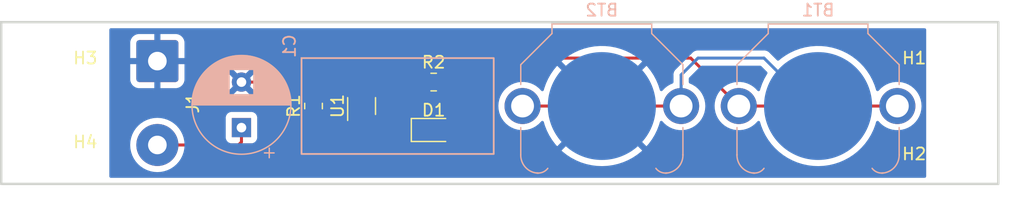
<source format=kicad_pcb>
(kicad_pcb (version 20211014) (generator pcbnew)
  (layers (0 "F.Cu" signal) (31 "B.Cu" signal) (34 "B.Paste" user) (35 "F.Paste" user) (36 "B.SilkS" user "B.Silkscreen") (37 "F.SilkS" user "F.Silkscreen") (38 "B.Mask" user) (39 "F.Mask" user) (44 "Edge.Cuts" user))
  (net 0 "")
  (net 1 "VCC")
  (net 2 "Net-(BT1-Pad2)")
  (net 3 "GND")
  (net 4 "Net-(U1-Pad2)")
  (net 5 "Net-(U1-Pad4)")
  (net 6 "Net-(R2-Pad2)")
  (footprint "MountingHole:MountingHole_2.2mm_M2" (layer "F.Cu") (at 170 111)
    (fp_text reference "H2" (at -4 0) (layer "F.SilkS"))
    (fp_text value "MountingHole")
    (pad "" np_thru_hole circle (at 0 0) (size 2.2 2.2) (drill 2.2) (layers *.Cu *.Mask))
  )
  (footprint "MountingHole:MountingHole_2.7mm" (layer "F.Cu") (at 93.1 103.1)
    (fp_text reference "H3" (at 3.9 -0.1) (layer "F.SilkS"))
    (fp_text value "Zip Tie")
    (pad "" np_thru_hole circle (at 0 0) (size 2.7 2.7) (drill 2.7) (layers *.Cu *.Mask))
  )
  (footprint "Connector_Wire:SolderWire-0.75sqmm_1x02_P7mm_D1.25mm_OD3.5mm" (layer "F.Cu") (at 103 103.25 -90)
    (fp_text reference "J1" (at 3.5 -2.95 -90) (layer "F.SilkS"))
    (fp_text value "Conn_01x02")
    (pad "1" thru_hole roundrect (at 0 0 270) (size 3.5 3.5) (drill 1.55) (layers *.Cu *.Mask) (roundrect_rratio 0.07142914286) (net 3 "GND"))
    (pad "2" thru_hole circle (at 7 0 270) (size 3.5 3.5) (drill 1.55) (layers *.Cu *.Mask) (net 4 "Net-(U1-Pad2)"))
  )
  (footprint "Resistor_SMD:R_0805_2012Metric_Pad1.20x1.40mm_HandSolder" (layer "F.Cu") (at 116 107 90)
    (fp_text reference "R1" (at 0 -1.65 90) (layer "F.SilkS"))
    (fp_text value "10M")
    (fp_line (start -0.227064 -0.735) (end 0.227064 -0.735) (layer "F.SilkS") (width 0.12))
    (fp_line (start -0.227064 0.735) (end 0.227064 0.735) (layer "F.SilkS") (width 0.12))
    (pad "1" smd roundrect (at -1 0 90) (size 1.2 1.4) (layers "F.Cu" "F.Paste" "F.Mask") (roundrect_rratio 0.2083333333) (net 4 "Net-(U1-Pad2)"))
    (pad "2" smd roundrect (at 1 0 90) (size 1.2 1.4) (layers "F.Cu" "F.Paste" "F.Mask") (roundrect_rratio 0.2083333333) (net 3 "GND"))
  )
  (footprint "LED_SMD:LED_0805_2012Metric_Pad1.15x1.40mm_HandSolder" (layer "F.Cu") (at 126 109)
    (fp_text reference "D1" (at 0 -1.65) (layer "F.SilkS"))
    (fp_text value "LED")
    (fp_line (start -1.86 0.96) (end 1 0.96) (layer "F.SilkS") (width 0.12))
    (fp_line (start 1 -0.96) (end -1.86 -0.96) (layer "F.SilkS") (width 0.12))
    (fp_line (start -1.86 -0.96) (end -1.86 0.96) (layer "F.SilkS") (width 0.12))
    (pad "1" smd roundrect (at -1.025 0) (size 1.15 1.4) (layers "F.Cu" "F.Paste" "F.Mask") (roundrect_rratio 0.2173913043) (net 5 "Net-(U1-Pad4)"))
    (pad "2" smd roundrect (at 1.025 0) (size 1.15 1.4) (layers "F.Cu" "F.Paste" "F.Mask") (roundrect_rratio 0.2173913043) (net 6 "Net-(R2-Pad2)"))
  )
  (footprint "MountingHole:MountingHole_2.2mm_M2" (layer "F.Cu") (at 170 103)
    (fp_text reference "H1" (at -4 0) (layer "F.SilkS"))
    (fp_text value "MountingHole")
    (pad "" np_thru_hole circle (at 0 0) (size 2.2 2.2) (drill 2.2) (layers *.Cu *.Mask))
  )
  (footprint "Resistor_SMD:R_0805_2012Metric_Pad1.20x1.40mm_HandSolder" (layer "F.Cu") (at 126 105)
    (fp_text reference "R2" (at 0 -1.65) (layer "F.SilkS"))
    (fp_text value "180")
    (fp_line (start -0.227064 0.735) (end 0.227064 0.735) (layer "F.SilkS") (width 0.12))
    (fp_line (start -0.227064 -0.735) (end 0.227064 -0.735) (layer "F.SilkS") (width 0.12))
    (pad "1" smd roundrect (at -1 0) (size 1.2 1.4) (layers "F.Cu" "F.Paste" "F.Mask") (roundrect_rratio 0.2083333333) (net 1 "VCC"))
    (pad "2" smd roundrect (at 1 0) (size 1.2 1.4) (layers "F.Cu" "F.Paste" "F.Mask") (roundrect_rratio 0.2083333333) (net 6 "Net-(R2-Pad2)"))
  )
  (footprint "MountingHole:MountingHole_2.7mm" (layer "F.Cu") (at 93.1 110.4)
    (fp_text reference "H4" (at 3.9 -0.4) (layer "F.SilkS"))
    (fp_text value "Zip Tie")
    (pad "" np_thru_hole circle (at 0 0) (size 2.7 2.7) (drill 2.7) (layers *.Cu *.Mask))
  )
  (footprint "Package_TO_SOT_SMD:SOT-353_SC-70-5_Handsoldering" (layer "F.Cu") (at 120 107 90)
    (fp_text reference "U1" (at 0 -2 90) (layer "F.SilkS"))
    (fp_text value "74AHC1G14")
    (fp_line (start -0.7 1.16) (end 0.7 1.16) (layer "F.SilkS") (width 0.12))
    (fp_line (start 0.7 -1.16) (end -1.2 -1.16) (layer "F.SilkS") (width 0.12))
    (pad "1" smd rect (at -1.33 -0.65 90) (size 1.5 0.4) (layers "F.Cu" "F.Paste" "F.Mask"))
    (pad "2" smd rect (at -1.33 0 90) (size 1.5 0.4) (layers "F.Cu" "F.Paste" "F.Mask") (net 4 "Net-(U1-Pad2)"))
    (pad "3" smd rect (at -1.33 0.65 90) (size 1.5 0.4) (layers "F.Cu" "F.Paste" "F.Mask") (net 3 "GND"))
    (pad "4" smd rect (at 1.33 0.65 90) (size 1.5 0.4) (layers "F.Cu" "F.Paste" "F.Mask") (net 5 "Net-(U1-Pad4)"))
    (pad "5" smd rect (at 1.33 -0.65 90) (size 1.5 0.4) (layers "F.Cu" "F.Paste" "F.Mask") (net 1 "VCC"))
  )
  (footprint "Battery:BatteryHolder_Keystone_3001_1x12mm" (layer "B.Cu") (at 140 107 180)
    (fp_text reference "BT2" (at 0 8) (layer "B.SilkS") (effects (justify mirror)))
    (fp_text value "36-2997-ND")
    (fp_line (start -4.15 6.05) (end -4.15 6.85) (layer "B.SilkS") (width 0.12))
    (fp_line (start 4.15 6.85) (end 4.15 6.05) (layer "B.SilkS") (width 0.12))
    (fp_line (start -4.15 6.85) (end 4.15 6.85) (layer "B.SilkS") (width 0.12))
    (fp_line (start -6.75 3.45) (end -4.15 6.05) (layer "B.SilkS") (width 0.12))
    (fp_line (start -6.75 -1.8) (end -6.75 -4.1) (layer "B.SilkS") (width 0.12))
    (fp_line (start 6.75 3.45) (end 6.75 1.8) (layer "B.SilkS") (width 0.12))
    (fp_line (start 4.15 6.05) (end 6.75 3.45) (layer "B.SilkS") (width 0.12))
    (fp_line (start 6.75 -1.8) (end 6.75 -4.1) (layer "B.SilkS") (width 0.12))
    (fp_line (start -6.75 1.8) (end -6.75 3.45) (layer "B.SilkS") (width 0.12))
    (fp_arc (start 4.5 -5.2) (mid 4.90584 -5.514615) (end 5.414615 -5.58416) (layer "B.SilkS") (width 0.12))
    (fp_arc (start 5.3 -5.6) (mid 6.346016 -5.125305) (end 6.75 -4.05) (layer "B.SilkS") (width 0.12))
    (fp_arc (start -6.75 -4.05) (mid -6.346016 -5.125305) (end -5.3 -5.6) (layer "B.SilkS") (width 0.12))
    (fp_arc (start -5.414615 -5.58416) (mid -4.90584 -5.514615) (end -4.5 -5.2) (layer "B.SilkS") (width 0.12))
    (pad "1" thru_hole circle (at -6.6 0 180) (size 3 3) (drill 1.9) (layers *.Cu *.Mask) (net 2 "Net-(BT1-Pad2)"))
    (pad "1" thru_hole circle (at 6.6 0 180) (size 3 3) (drill 1.9) (layers *.Cu *.Mask) (net 2 "Net-(BT1-Pad2)"))
    (pad "2" smd circle (at 0 0 180) (size 9 9) (layers "B.Cu" "B.Mask") (net 3 "GND"))
  )
  (footprint "Battery:BatteryHolder_Keystone_3001_1x12mm" (layer "B.Cu") (at 158 107 180)
    (fp_text reference "BT1" (at 0 8) (layer "B.SilkS") (effects (justify mirror)))
    (fp_text value "36-2997-ND")
    (fp_line (start 6.75 3.45) (end 6.75 1.8) (layer "B.SilkS") (width 0.12))
    (fp_line (start 6.75 -1.8) (end 6.75 -4.1) (layer "B.SilkS") (width 0.12))
    (fp_line (start 4.15 6.85) (end 4.15 6.05) (layer "B.SilkS") (width 0.12))
    (fp_line (start -6.75 1.8) (end -6.75 3.45) (layer "B.SilkS") (width 0.12))
    (fp_line (start -4.15 6.85) (end 4.15 6.85) (layer "B.SilkS") (width 0.12))
    (fp_line (start -6.75 -1.8) (end -6.75 -4.1) (layer "B.SilkS") (width 0.12))
    (fp_line (start -4.15 6.05) (end -4.15 6.85) (layer "B.SilkS") (width 0.12))
    (fp_line (start 4.15 6.05) (end 6.75 3.45) (layer "B.SilkS") (width 0.12))
    (fp_line (start -6.75 3.45) (end -4.15 6.05) (layer "B.SilkS") (width 0.12))
    (fp_arc (start -5.414615 -5.58416) (mid -4.90584 -5.514615) (end -4.5 -5.2) (layer "B.SilkS") (width 0.12))
    (fp_arc (start -6.75 -4.05) (mid -6.346016 -5.125305) (end -5.3 -5.6) (layer "B.SilkS") (width 0.12))
    (fp_arc (start 4.5 -5.2) (mid 4.90584 -5.514615) (end 5.414615 -5.58416) (layer "B.SilkS") (width 0.12))
    (fp_arc (start 5.3 -5.6) (mid 6.346016 -5.125305) (end 6.75 -4.05) (layer "B.SilkS") (width 0.12))
    (pad "1" thru_hole circle (at 6.6 0 180) (size 3 3) (drill 1.9) (layers *.Cu *.Mask) (net 1 "VCC"))
    (pad "1" thru_hole circle (at -6.6 0 180) (size 3 3) (drill 1.9) (layers *.Cu *.Mask) (net 1 "VCC"))
    (pad "2" smd circle (at 0 0 180) (size 9 9) (layers "B.Cu" "B.Mask") (net 2 "Net-(BT1-Pad2)"))
  )
  (footprint "Capacitor_THT:CP_Radial_D8.0mm_P3.80mm" (layer "B.Cu") (at 110 108.802651 90)
    (fp_text reference "C1" (at 6.802651 4 90) (layer "B.SilkS") (effects (justify mirror)))
    (fp_text value "1000uF")
    (fp_line (start 2.46 4.042) (end 2.46 -4.042) (layer "B.SilkS") (width 0.12))
    (fp_line (start 4.221 3.365) (end 4.221 1.04) (layer "B.SilkS") (width 0.12))
    (fp_line (start 4.341 -1.04) (end 4.341 -3.28) (layer "B.SilkS") (width 0.12))
    (fp_line (start 4.621 -1.04) (end 4.621 -3.055) (layer "B.SilkS") (width 0.12))
    (fp_line (start 4.541 3.124) (end 4.541 1.04) (layer "B.SilkS") (width 0.12))
    (fp_line (start 2.901 3.957) (end 2.901 1.04) (layer "B.SilkS") (width 0.12))
    (fp_line (start 3.901 3.562) (end 3.901 1.04) (layer "B.SilkS") (width 0.12))
    (fp_line (start 3.021 -1.04) (end 3.021 -3.925) (layer "B.SilkS") (width 0.12))
    (fp_line (start 4.421 -1.04) (end 4.421 -3.22) (layer "B.SilkS") (width 0.12))
    (fp_line (start 2.18 4.071) (end 2.18 -4.071) (layer "B.SilkS") (width 0.12))
    (fp_line (start 2.901 -1.04) (end 2.901 -3.957) (layer "B.SilkS") (width 0.12))
    (fp_line (start 2.941 -1.04) (end 2.941 -3.947) (layer "B.SilkS") (width 0.12))
    (fp_line (start 5.021 2.651) (end 5.021 -2.651) (layer "B.SilkS") (width 0.12))
    (fp_line (start 2.22 4.068) (end 2.22 -4.068) (layer "B.SilkS") (width 0.12))
    (fp_line (start 3.541 -1.04) (end 3.541 -3.74) (layer "B.SilkS") (width 0.12))
    (fp_line (start 4.501 -1.04) (end 4.501 -3.156) (layer "B.SilkS") (width 0.12))
    (fp_line (start 3.781 -1.04) (end 3.781 -3.627) (layer "B.SilkS") (width 0.12))
    (fp_line (start 4.261 3.338) (end 4.261 1.04) (layer "B.SilkS") (width 0.12))
    (fp_line (start 4.461 -1.04) (end 4.461 -3.189) (layer "B.SilkS") (width 0.12))
    (fp_line (start 2.14 4.074) (end 2.14 -4.074) (layer "B.SilkS") (width 0.12))
    (fp_line (start 5.341 2.228) (end 5.341 -2.228) (layer "B.SilkS") (width 0.12))
    (fp_line (start 3.981 -1.04) (end 3.981 -3.517) (layer "B.SilkS") (width 0.12))
    (fp_line (start 2.34 4.057) (end 2.34 -4.057) (layer "B.SilkS") (width 0.12))
    (fp_line (start 5.581 1.813) (end 5.581 -1.813) (layer "B.SilkS") (width 0.12))
    (fp_line (start 5.261 2.345) (end 5.261 -2.345) (layer "B.SilkS") (width 0.12))
    (fp_line (start 3.181 3.877) (end 3.181 1.04) (layer "B.SilkS") (width 0.12))
    (fp_line (start 3.101 -1.04) (end 3.101 -3.902) (layer "B.SilkS") (width 0.12))
    (fp_line (start 3.941 -1.04) (end 3.941 -3.54) (layer "B.SilkS") (width 0.12))
    (fp_line (start 5.861 1.098) (end 5.861 -1.098) (layer "B.SilkS") (width 0.12))
    (fp_line (start 4.461 3.189) (end 4.461 1.04) (layer "B.SilkS") (width 0.12))
    (fp_line (start 1.98 4.08) (end 1.98 -4.08) (layer "B.SilkS") (width 0.12))
    (fp_line (start 2.26 4.065) (end 2.26 -4.065) (layer "B.SilkS") (width 0.12))
    (fp_line (start 5.781 1.346) (end 5.781 -1.346) (layer "B.SilkS") (width 0.12))
    (fp_line (start 2.1 4.076) (end 2.1 -4.076) (layer "B.SilkS") (width 0.12))
    (fp_line (start 2.861 -1.04) (end 2.861 -3.967) (layer "B.SilkS") (width 0.12))
    (fp_line (start 4.901 2.784) (end 4.901 -2.784) (layer "B.SilkS") (width 0.12))
    (fp_line (start 2.5 4.037) (end 2.5 -4.037) (layer "B.SilkS") (width 0.12))
    (fp_line (start 4.061 -1.04) (end 4.061 -3.469) (layer "B.SilkS") (width 0.12))
    (fp_line (start 4.101 3.444) (end 4.101 1.04) (layer "B.SilkS") (width 0.12))
    (fp_line (start 3.461 3.774) (end 3.461 1.04) (layer "B.SilkS") (width 0.12))
    (fp_line (start 3.581 3.722) (end 3.581 1.04) (layer "B.SilkS") (width 0.12))
    (fp_line (start 5.941 0.768) (end 5.941 -0.768) (layer "B.SilkS") (width 0.12))
    (fp_line (start 3.421 -1.04) (end 3.421 -3.79) (layer "B.SilkS") (width 0.12))
    (fp_line (start 3.981 3.517) (end 3.981 1.04) (layer "B.SilkS") (width 0.12))
    (fp_line (start 4.261 -1.04) (end 4.261 -3.338) (layer "B.SilkS") (width 0.12))
    (fp_line (start 5.501 1.964) (end 5.501 -1.964) (layer "B.SilkS") (width 0.12))
    (fp_line (start 1.94 4.08) (end 1.94 -4.08) (layer "B.SilkS") (width 0.12))
    (fp_line (start 4.141 3.418) (end 4.141 1.04) (layer "B.SilkS") (width 0.12))
    (fp_line (start 5.541 1.89) (end 5.541 -1.89) (layer "B.SilkS") (width 0.12))
    (fp_line (start 3.861 -1.04) (end 3.861 -3.584) (layer "B.SilkS") (width 0.12))
    (fp_line (start 4.221 -1.04) (end 4.221 -3.365) (layer "B.SilkS") (width 0.12))
    (fp_line (start 3.781 3.627) (end 3.781 1.04) (layer "B.SilkS") (width 0.12))
    (fp_line (start 3.461 -1.04) (end 3.461 -3.774) (layer "B.SilkS") (width 0.12))
    (fp_line (start 2.621 4.017) (end 2.621 -4.017) (layer "B.SilkS") (width 0.12))
    (fp_line (start 4.101 -1.04) (end 4.101 -3.444) (layer "B.SilkS") (width 0.12))
    (fp_line (start 2.3 4.061) (end 2.3 -4.061) (layer "B.SilkS") (width 0.12))
    (fp_line (start 4.021 -1.04) (end 4.021 -3.493) (layer "B.SilkS") (width 0.12))
    (fp_line (start 2.661 4.01) (end 2.661 -4.01) (layer "B.SilkS") (width 0.12))
    (fp_line (start 4.301 3.309) (end 4.301 1.04) (layer "B.SilkS") (width 0.12))
    (fp_line (start -2.509698 2.315) (end -1.709698 2.315) (layer "B.SilkS") (width 0.12))
    (fp_line (start 3.861 3.584) (end 3.861 1.04) (layer "B.SilkS") (width 0.12))
    (fp_line (start 2.38 4.052) (end 2.38 -4.052) (layer "B.SilkS") (width 0.12))
    (fp_line (start 3.101 3.902) (end 3.101 1.04) (layer "B.SilkS") (width 0.12))
    (fp_line (start 5.221 2.4) (end 5.221 -2.4) (layer "B.SilkS") (width 0.12))
    (fp_line (start 3.141 3.889) (end 3.141 1.04) (layer "B.SilkS") (width 0.12))
    (fp_line (start 3.301 3.835) (end 3.301 1.04) (layer "B.SilkS") (width 0.12))
    (fp_line (start 3.221 3.863) (end 3.221 1.04) (layer "B.SilkS") (width 0.12))
    (fp_line (start 4.381 3.25) (end 4.381 1.04) (layer "B.SilkS") (width 0.12))
    (fp_line (start 5.061 2.604) (end 5.061 -2.604) (layer "B.SilkS") (width 0.12))
    (fp_line (start 5.701 1.552) (end 5.701 -1.552) (layer "B.SilkS") (width 0.12))
    (fp_line (start 3.701 -1.04) (end 3.701 -3.666) (layer "B.SilkS") (width 0.12))
    (fp_line (start 3.301 -1.04) (end 3.301 -3.835) (layer "B.SilkS") (width 0.12))
    (fp_line (start 4.741 -1.04) (end 4.741 -2.945) (layer "B.SilkS") (width 0.12))
    (fp_line (start 4.781 2.907) (end 4.781 1.04) (layer "B.SilkS") (width 0.12))
    (fp_line (start 4.181 3.392) (end 4.181 1.04) (layer "B.SilkS") (width 0.12))
    (fp_line (start 4.181 -1.04) (end 4.181 -3.392) (layer "B.SilkS") (width 0.12))
    (fp_line (start 4.581 -1.04) (end 4.581 -3.09) (layer "B.SilkS") (width 0.12))
    (fp_line (start 5.621 1.731) (end 5.621 -1.731) (layer "B.SilkS") (width 0.12))
    (fp_line (start 3.061 -1.04) (end 3.061 -3.914) (layer "B.SilkS") (width 0.12))
    (fp_line (start 4.981 2.697) (end 4.981 -2.697) (layer "B.SilkS") (width 0.12))
    (fp_line (start 2.821 -1.04) (end 2.821 -3.976) (layer "B.SilkS") (width 0.12))
    (fp_line (start 5.101 2.556) (end 5.101 -2.556) (layer "B.SilkS") (width 0.12))
    (fp_line (start 3.701 3.666) (end 3.701 1.04) (layer "B.SilkS") (width 0.12))
    (fp_line (start 3.821 -1.04) (end 3.821 -3.606) (layer "B.SilkS") (width 0.12))
    (fp_line (start 4.581 3.09) (end 4.581 1.04) (layer "B.SilkS") (width 0.12))
    (fp_line (start 2.06 4.077) (end 2.06 -4.077) (layer "B.SilkS") (width 0.12))
    (fp_line (start 4.661 -1.04) (end 4.661 -3.019) (layer "B.SilkS") (width 0.12))
    (fp_line (start 4.741 2.945) (end 4.741 1.04) (layer "B.SilkS") (width 0.12))
    (fp_line (start 4.141 -1.04) (end 4.141 -3.418) (layer "B.SilkS") (width 0.12))
    (fp_line (start 3.661 -1.04) (end 3.661 -3.686) (layer "B.SilkS") (width 0.12))
    (fp_line (start 3.261 3.85) (end 3.261 1.04) (layer "B.SilkS") (width 0.12))
    (fp_line (start 3.741 3.647) (end 3.741 1.04) (layer "B.SilkS") (width 0.12))
    (fp_line (start -2.109698 2.715) (end -2.109698 1.915) (layer "B.SilkS") (width 0.12))
    (fp_line (start 4.541 -1.04) (end 4.541 -3.124) (layer "B.SilkS") (width 0.12))
    (fp_line (start 2.42 4.048) (end 2.42 -4.048) (layer "B.SilkS") (width 0.12))
    (fp_line (start 2.981 -1.04) (end 2.981 -3.936) (layer "B.SilkS") (width 0.12))
    (fp_line (start 5.141 2.505) (end 5.141 -2.505) (layer "B.SilkS") (width 0.12))
    (fp_line (start 3.621 -1.04) (end 3.621 -3.704) (layer "B.SilkS") (width 0.12))
    (fp_line (start 3.581 -1.04) (end 3.581 -3.722) (layer "B.SilkS") (width 0.12))
    (fp_line (start 2.861 3.967) (end 2.861 1.04) (layer "B.SilkS") (width 0.12))
    (fp_line (start 3.261 -1.04) (end 3.261 -3.85) (layer "B.SilkS") (width 0.12))
    (fp_line (start 5.421 2.102) (end 5.421 -2.102) (layer "B.SilkS") (width 0.12))
    (fp_line (start 3.421 3.79) (end 3.421 1.04) (layer "B.SilkS") (width 0.12))
    (fp_line (start 3.141 -1.04) (end 3.141 -3.889) (layer "B.SilkS") (width 0.12))
    (fp_line (start 5.981 0.533) (end 5.981 -0.533) (layer "B.SilkS") (width 0.12))
    (fp_line (start 3.061 3.914) (end 3.061 1.04) (layer "B.SilkS") (width 0.12))
    (fp_line (start 3.741 -1.04) (end 3.741 -3.647) (layer "B.SilkS") (width 0.12))
    (fp_line (start 5.461 2.034) (end 5.461 -2.034) (layer "B.SilkS") (width 0.12))
    (fp_line (start 3.341 3.821) (end 3.341 1.04) (layer "B.SilkS") (width 0.12))
    (fp_line (start 4.501 3.156) (end 4.501 1.04) (layer "B.SilkS") (width 0.12))
    (fp_line (start 3.541 3.74) (end 3.541 1.04) (layer "B.SilkS") (width 0.12))
    (fp_line (start 3.661 3.686) (end 3.661 1.04) (layer "B.SilkS") (width 0.12))
    (fp_line (start 3.621 3.704) (end 3.621 1.04) (layer "B.SilkS") (width 0.12))
    (fp_line (start 4.861 2.826) (end 4.861 -2.826) (layer "B.SilkS") (width 0.12))
    (fp_line (start 4.941 2.741) (end 4.941 -2.741) (layer "B.SilkS") (width 0.12))
    (fp_line (start 4.701 2.983) (end 4.701 1.04) (layer "B.SilkS") (width 0.12))
    (fp_line (start 4.421 3.22) (end 4.421 1.04) (layer "B.SilkS") (width 0.12))
    (fp_line (start 5.301 2.287) (end 5.301 -2.287) (layer "B.SilkS") (width 0.12))
    (fp_line (start 2.941 3.947) (end 2.941 1.04) (layer "B.SilkS") (width 0.12))
    (fp_line (start 2.58 4.024) (end 2.58 -4.024) (layer "B.SilkS") (width 0.12))
    (fp_line (start 2.781 -1.04) (end 2.781 -3.985) (layer "B.SilkS") (width 0.12))
    (fp_line (start 3.381 -1.04) (end 3.381 -3.805) (layer "B.SilkS") (width 0.12))
    (fp_line (start 4.821 2.867) (end 4.821 1.04) (layer "B.SilkS") (width 0.12))
    (fp_line (start 3.181 -1.04) (end 3.181 -3.877) (layer "B.SilkS") (width 0.12))
    (fp_line (start 4.701 -1.04) (end 4.701 -2.983) (layer "B.SilkS") (width 0.12))
    (fp_line (start 2.54 4.03) (end 2.54 -4.03) (layer "B.SilkS") (width 0.12))
    (fp_line (start 4.021 3.493) (end 4.021 1.04) (layer "B.SilkS") (width 0.12))
    (fp_line (start 5.901 0.948) (end 5.901 -0.948) (layer "B.SilkS") (width 0.12))
    (fp_line (start 4.341 3.28) (end 4.341 1.04) (layer "B.SilkS") (width 0.12))
    (fp_line (start 4.061 3.469) (end 4.061 1.04) (layer "B.SilkS") (width 0.12))
    (fp_line (start 3.941 3.54) (end 3.941 1.04) (layer "B.SilkS") (width 0.12))
    (fp_line (start 4.661 3.019) (end 4.661 1.04) (layer "B.SilkS") (width 0.12))
    (fp_line (start 5.741 1.453) (end 5.741 -1.453) (layer "B.SilkS") (width 0.12))
    (fp_line (start 3.341 -1.04) (end 3.341 -3.821) (layer "B.SilkS") (width 0.12))
    (fp_line (start 5.381 2.166) (end 5.381 -2.166) (layer "B.SilkS") (width 0.12))
    (fp_line (start 2.02 4.079) (end 2.02 -4.079) (layer "B.SilkS") (width 0.12))
    (fp_line (start 4.301 -1.04) (end 4.301 -3.309) (layer "B.SilkS") (width 0.12))
    (fp_line (start 3.821 3.606) (end 3.821 1.04) (layer "B.SilkS") (width 0.12))
    (fp_line (start 5.661 1.645) (end 5.661 -1.645) (layer "B.SilkS") (width 0.12))
    (fp_line (start 3.021 3.925) (end 3.021 1.04) (layer "B.SilkS") (width 0.12))
    (fp_line (start 3.501 -1.04) (end 3.501 -3.757) (layer "B.SilkS") (width 0.12))
    (fp_line (start 4.621 3.055) (end 4.621 1.04) (layer "B.SilkS") (width 0.12))
    (fp_line (start 5.181 2.454) (end 5.181 -2.454) (layer "B.SilkS") (width 0.12))
    (fp_line (start 3.381 3.805) (end 3.381 1.04) (layer "B.SilkS") (width 0.12))
    (fp_line (start 2.741 3.994) (end 2.741 -3.994) (layer "B.SilkS") (width 0.12))
    (fp_line (start 1.9 4.08) (end 1.9 -4.08) (layer "B.SilkS") (width 0.12))
    (fp_line (start 5.821 1.229) (end 5.821 -1.229) (layer "B.SilkS") (width 0.12))
    (fp_line (start 2.821 3.976) (end 2.821 1.04) (layer "B.SilkS") (width 0.12))
    (fp_line (start 3.221 -1.04) (end 3.221 -3.863) (layer "B.SilkS") (width 0.12))
    (fp_line (start 2.781 3.985) (end 2.781 1.04) (layer "B.SilkS") (width 0.12))
    (fp_line (start 2.981 3.936) (end 2.981 1.04) (layer "B.SilkS") (width 0.12))
    (fp_line (start 3.901 -1.04) (end 3.901 -3.562) (layer "B.SilkS") (width 0.12))
    (fp_line (start 4.781 -1.04) (end 4.781 -2.907) (layer "B.SilkS") (width 0.12))
    (fp_line (start 4.821 -1.04) (end 4.821 -2.867) (layer "B.SilkS") (width 0.12))
    (fp_line (start 4.381 -1.04) (end 4.381 -3.25) (layer "B.SilkS") (width 0.12))
    (fp_line (start 3.501 3.757) (end 3.501 1.04) (layer "B.SilkS") (width 0.12))
    (fp_line (start 2.701 4.002) (end 2.701 -4.002) (layer "B.SilkS") (width 0.12))
    (fp_circle (center 1.9 0) (end 6.02 0) (layer "B.SilkS") (width 0.12) (fill none))
    (pad "1" thru_hole rect (at 0 0 90) (size 1.6 1.6) (drill 0.8) (layers *.Cu *.Mask) (net 4 "Net-(U1-Pad2)"))
    (pad "2" thru_hole circle (at 3.8 0 90) (size 1.6 1.6) (drill 0.8) (layers *.Cu *.Mask) (net 3 "GND"))
  )
  (gr_rect (start 115 111) (end 131 103) (layer "B.SilkS") (width 0.15) (fill none))
  (gr_rect (start 90 100) (end 173 113.5) (layer "Edge.Cuts") (width 0.2) (fill none))
  (segment (start 119.35 105.12) (end 121.47 103) (width 0.25) (layer "F.Cu") (net 1))
  (segment (start 147.4 103) (end 151.4 107) (width 0.25) (layer "F.Cu") (net 1))
  (segment (start 125 105) (end 125 103) (width 0.25) (layer "F.Cu") (net 1))
  (segment (start 151.4 107) (end 164.6 107) (width 0.25) (layer "F.Cu") (net 1))
  (segment (start 121.47 103) (end 147.4 103) (width 0.25) (layer "F.Cu") (net 1))
  (segment (start 119.35 105.67) (end 119.35 105.12) (width 0.25) (layer "F.Cu") (net 1))
  (segment (start 146.6 107) (end 133.4 107) (width 0.25) (layer "F.Cu") (net 2))
  (segment (start 153.5 103) (end 157.5 107) (width 0.25) (layer "B.Cu") (net 2))
  (segment (start 148 103) (end 153.5 103) (width 0.25) (layer "B.Cu") (net 2))
  (segment (start 146.6 107) (end 146.6 104.4) (width 0.25) (layer "B.Cu") (net 2))
  (segment (start 146.6 104.4) (end 148 103) (width 0.25) (layer "B.Cu") (net 2))
  (segment (start 120.65 107.33) (end 120.32 107) (width 0.25) (layer "F.Cu") (net 3))
  (segment (start 115.002651 105.002651) (end 116 106) (width 0.25) (layer "F.Cu") (net 3))
  (segment (start 120.65 108.33) (end 120.65 107.33) (width 0.25) (layer "F.Cu") (net 3))
  (segment (start 110 105.002651) (end 115.002651 105.002651) (width 0.25) (layer "F.Cu") (net 3))
  (segment (start 120.32 107) (end 117 107) (width 0.25) (layer "F.Cu") (net 3))
  (segment (start 117 107) (end 116 106) (width 0.25) (layer "F.Cu") (net 3))
  (segment (start 110 110) (end 109.75 110.25) (width 0.25) (layer "F.Cu") (net 4))
  (segment (start 115.75 110.25) (end 119.75 110.25) (width 0.25) (layer "F.Cu") (net 4))
  (segment (start 116 110) (end 115.75 110.25) (width 0.25) (layer "F.Cu") (net 4))
  (segment (start 116 108) (end 116 110) (width 0.25) (layer "F.Cu") (net 4))
  (segment (start 103 110.25) (end 109.75 110.25) (width 0.25) (layer "F.Cu") (net 4))
  (segment (start 110 108.802651) (end 110 110) (width 0.25) (layer "F.Cu") (net 4))
  (segment (start 120 110) (end 120 108.33) (width 0.25) (layer "F.Cu") (net 4))
  (segment (start 109.75 110.25) (end 115.75 110.25) (width 0.25) (layer "F.Cu") (net 4))
  (segment (start 119.75 110.25) (end 120 110) (width 0.25) (layer "F.Cu") (net 4))
  (segment (start 121.645 105.67) (end 124.975 109) (width 0.25) (layer "F.Cu") (net 5))
  (segment (start 120.65 105.67) (end 121.645 105.67) (width 0.25) (layer "F.Cu") (net 5))
  (segment (start 127 108.975) (end 127.025 109) (width 0.25) (layer "F.Cu") (net 6))
  (segment (start 127 105) (end 127 108.975) (width 0.25) (layer "F.Cu") (net 6))
  (zone (net 3) (net_name "GND") (layer "B.Cu") (connect_pads (clearance 0.508)) (min_thickness 0.254) (fill yes (thermal_gap 0.508) (thermal_bridge_width 0.508))
    (polygon (pts (xy 167 113.5) (xy 99 113.5) (xy 99 100) (xy 167 100)))
  )
)
</source>
